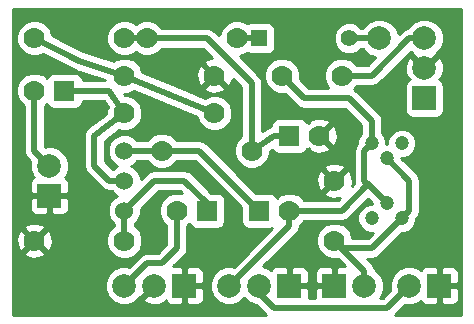
<source format=gbl>
G04 #@! TF.FileFunction,Copper,L2,Bot,Signal*
%FSLAX46Y46*%
G04 Gerber Fmt 4.6, Leading zero omitted, Abs format (unit mm)*
G04 Created by KiCad (PCBNEW 4.0.4+e1-6308~48~ubuntu16.04.1-stable) date Sun Oct  9 20:08:59 2016*
%MOMM*%
%LPD*%
G01*
G04 APERTURE LIST*
%ADD10C,0.100000*%
%ADD11R,1.778000X1.778000*%
%ADD12C,1.778000*%
%ADD13C,1.524000*%
%ADD14C,1.200000*%
%ADD15C,1.998980*%
%ADD16R,1.397000X1.397000*%
%ADD17C,1.397000*%
%ADD18R,2.000000X2.000000*%
%ADD19C,2.000000*%
%ADD20C,0.500000*%
%ADD21C,0.254000*%
G04 APERTURE END LIST*
D10*
D11*
X153670000Y-97790000D03*
D12*
X151130000Y-97790000D03*
D11*
X170180000Y-107950000D03*
D12*
X172720000Y-107950000D03*
D11*
X165735000Y-107950000D03*
D12*
X163195000Y-107950000D03*
X172085000Y-96520000D03*
X177165000Y-96520000D03*
D13*
X158750000Y-105410000D03*
X158750000Y-102870000D03*
X158750000Y-107950000D03*
D14*
X179705000Y-102235000D03*
X180975000Y-103505000D03*
X182245000Y-102235000D03*
X182245000Y-108585000D03*
X180975000Y-107315000D03*
X179705000Y-108585000D03*
D12*
X158750000Y-93345000D03*
X151130000Y-93345000D03*
X158750000Y-96520000D03*
X166370000Y-96520000D03*
X158750000Y-99695000D03*
X166370000Y-99695000D03*
X169545000Y-102870000D03*
X161925000Y-102870000D03*
X168275000Y-93345000D03*
X160655000Y-93345000D03*
D15*
X180340000Y-93345000D03*
D12*
X158750000Y-110490000D03*
X151130000Y-110490000D03*
D16*
X170180000Y-93345000D03*
D17*
X177800000Y-93345000D03*
D11*
X172720000Y-101600000D03*
D12*
X175260000Y-101600000D03*
D18*
X152400000Y-106680000D03*
D19*
X152400000Y-104140000D03*
D18*
X184150000Y-98425000D03*
D19*
X184150000Y-95885000D03*
X184150000Y-93345000D03*
D18*
X163830000Y-114300000D03*
D19*
X161290000Y-114300000D03*
X158750000Y-114300000D03*
D12*
X176530000Y-110490000D03*
X176530000Y-105410000D03*
D18*
X185420000Y-114300000D03*
D19*
X182880000Y-114300000D03*
D18*
X172720000Y-114300000D03*
D19*
X170180000Y-114300000D03*
X167640000Y-114300000D03*
D18*
X176530000Y-114300000D03*
D19*
X179070000Y-114300000D03*
D20*
X158750000Y-105410000D02*
X157480000Y-105410000D01*
X156210000Y-101600000D02*
X158750000Y-99695000D01*
X156210000Y-104140000D02*
X156210000Y-101600000D01*
X157480000Y-105410000D02*
X156210000Y-104140000D01*
X158750000Y-99695000D02*
X157480000Y-97790000D01*
X157480000Y-97790000D02*
X153670000Y-97790000D01*
X152400000Y-104140000D02*
X151130000Y-102870000D01*
X151130000Y-102870000D02*
X151130000Y-97790000D01*
X172720000Y-101600000D02*
X171450000Y-101600000D01*
X171450000Y-101600000D02*
X169545000Y-102870000D01*
X169545000Y-102870000D02*
X169545000Y-97155000D01*
X165735000Y-93345000D02*
X160655000Y-93345000D01*
X169545000Y-97155000D02*
X165735000Y-93345000D01*
X158750000Y-93345000D02*
X160655000Y-93345000D01*
X165735000Y-107950000D02*
X165735000Y-107315000D01*
X165735000Y-107315000D02*
X163830000Y-105410000D01*
X163830000Y-105410000D02*
X161290000Y-105410000D01*
X161290000Y-105410000D02*
X158750000Y-107950000D01*
X158750000Y-110490000D02*
X158750000Y-107950000D01*
X170180000Y-107950000D02*
X165100000Y-102870000D01*
X165100000Y-102870000D02*
X161925000Y-102870000D01*
X158750000Y-102870000D02*
X161925000Y-102870000D01*
X172720000Y-107950000D02*
X177165000Y-107950000D01*
X177165000Y-107950000D02*
X179387500Y-105727500D01*
X172720000Y-107950000D02*
X172720000Y-109220000D01*
X169545000Y-112395000D02*
X167640000Y-114300000D01*
X172720000Y-109220000D02*
X169545000Y-112395000D01*
X179705000Y-102235000D02*
X179070000Y-102870000D01*
X179070000Y-102870000D02*
X179070000Y-105410000D01*
X179070000Y-105410000D02*
X179387500Y-105727500D01*
X179387500Y-105727500D02*
X180975000Y-107315000D01*
X179705000Y-102235000D02*
X179705000Y-100330000D01*
X173990000Y-98425000D02*
X172085000Y-96520000D01*
X177800000Y-98425000D02*
X173990000Y-98425000D01*
X179705000Y-100330000D02*
X177800000Y-98425000D01*
X167640000Y-114300000D02*
X167640000Y-113665000D01*
X158750000Y-96520000D02*
X154940000Y-95250000D01*
X154940000Y-95250000D02*
X151130000Y-93345000D01*
X158750000Y-96520000D02*
X166370000Y-99695000D01*
X158750000Y-114300000D02*
X160655000Y-112395000D01*
X163195000Y-111125000D02*
X163195000Y-107950000D01*
X161925000Y-112395000D02*
X163195000Y-111125000D01*
X160655000Y-112395000D02*
X161925000Y-112395000D01*
X158750000Y-114300000D02*
X158750000Y-113665000D01*
X177165000Y-96520000D02*
X179705000Y-96520000D01*
X182880000Y-93345000D02*
X184150000Y-93345000D01*
X179705000Y-96520000D02*
X182880000Y-93345000D01*
X184150000Y-93345000D02*
X183515000Y-93345000D01*
X177165000Y-96520000D02*
X177165000Y-96520000D01*
X170180000Y-114300000D02*
X170180000Y-114935000D01*
X170180000Y-114935000D02*
X171450000Y-116205000D01*
X171450000Y-116205000D02*
X180975000Y-116205000D01*
X180975000Y-116205000D02*
X182880000Y-114300000D01*
X177800000Y-93345000D02*
X180340000Y-93345000D01*
X168275000Y-93345000D02*
X170180000Y-93345000D01*
X182245000Y-108585000D02*
X182880000Y-107950000D01*
X182880000Y-105410000D02*
X180975000Y-103505000D01*
X182880000Y-107950000D02*
X182880000Y-105410000D01*
X176530000Y-110490000D02*
X177165000Y-111125000D01*
X179705000Y-111125000D02*
X182245000Y-108585000D01*
X177165000Y-111125000D02*
X179705000Y-111125000D01*
X176530000Y-110490000D02*
X179070000Y-113030000D01*
X179070000Y-113030000D02*
X179070000Y-114300000D01*
D21*
G36*
X187250000Y-116765000D02*
X181666580Y-116765000D01*
X182513437Y-115918142D01*
X182553352Y-115934716D01*
X183203795Y-115935284D01*
X183804943Y-115686894D01*
X183867196Y-115624749D01*
X183881673Y-115659699D01*
X184060302Y-115838327D01*
X184293691Y-115935000D01*
X185134250Y-115935000D01*
X185293000Y-115776250D01*
X185293000Y-114427000D01*
X185547000Y-114427000D01*
X185547000Y-115776250D01*
X185705750Y-115935000D01*
X186546309Y-115935000D01*
X186779698Y-115838327D01*
X186958327Y-115659699D01*
X187055000Y-115426310D01*
X187055000Y-114585750D01*
X186896250Y-114427000D01*
X185547000Y-114427000D01*
X185293000Y-114427000D01*
X185273000Y-114427000D01*
X185273000Y-114173000D01*
X185293000Y-114173000D01*
X185293000Y-112823750D01*
X185547000Y-112823750D01*
X185547000Y-114173000D01*
X186896250Y-114173000D01*
X187055000Y-114014250D01*
X187055000Y-113173690D01*
X186958327Y-112940301D01*
X186779698Y-112761673D01*
X186546309Y-112665000D01*
X185705750Y-112665000D01*
X185547000Y-112823750D01*
X185293000Y-112823750D01*
X185134250Y-112665000D01*
X184293691Y-112665000D01*
X184060302Y-112761673D01*
X183881673Y-112940301D01*
X183867369Y-112974833D01*
X183807363Y-112914722D01*
X183206648Y-112665284D01*
X182556205Y-112664716D01*
X181955057Y-112913106D01*
X181494722Y-113372637D01*
X181245284Y-113973352D01*
X181244716Y-114623795D01*
X181262232Y-114666188D01*
X180608420Y-115320000D01*
X180362479Y-115320000D01*
X180455278Y-115227363D01*
X180704716Y-114626648D01*
X180705284Y-113976205D01*
X180456894Y-113375057D01*
X179997363Y-112914722D01*
X179926191Y-112885169D01*
X179887633Y-112691325D01*
X179695790Y-112404210D01*
X179695787Y-112404208D01*
X179301579Y-112010000D01*
X179704995Y-112010000D01*
X179705000Y-112010001D01*
X179987484Y-111953810D01*
X180043675Y-111942633D01*
X180330790Y-111750790D01*
X182261564Y-109820015D01*
X182489579Y-109820214D01*
X182943657Y-109632592D01*
X183291371Y-109285485D01*
X183479785Y-108831734D01*
X183479986Y-108601593D01*
X183505787Y-108575792D01*
X183505790Y-108575790D01*
X183664498Y-108338266D01*
X183697634Y-108288674D01*
X183765001Y-107950000D01*
X183765000Y-107949995D01*
X183765000Y-105410005D01*
X183765001Y-105410000D01*
X183697633Y-105071326D01*
X183697633Y-105071325D01*
X183505790Y-104784210D01*
X183505787Y-104784208D01*
X182210015Y-103488435D01*
X182210031Y-103469970D01*
X182489579Y-103470214D01*
X182943657Y-103282592D01*
X183291371Y-102935485D01*
X183479785Y-102481734D01*
X183480214Y-101990421D01*
X183292592Y-101536343D01*
X182945485Y-101188629D01*
X182491734Y-101000215D01*
X182000421Y-100999786D01*
X181546343Y-101187408D01*
X181198629Y-101534515D01*
X181010215Y-101988266D01*
X181009969Y-102270030D01*
X180939970Y-102269969D01*
X180940214Y-101990421D01*
X180752592Y-101536343D01*
X180590000Y-101373467D01*
X180590000Y-100330005D01*
X180590001Y-100330000D01*
X180528621Y-100021431D01*
X180522633Y-99991325D01*
X180330790Y-99704210D01*
X180330787Y-99704208D01*
X178425790Y-97799210D01*
X178398222Y-97780790D01*
X178195107Y-97645073D01*
X178415564Y-97425000D01*
X182502560Y-97425000D01*
X182502560Y-99425000D01*
X182546838Y-99660317D01*
X182685910Y-99876441D01*
X182898110Y-100021431D01*
X183150000Y-100072440D01*
X185150000Y-100072440D01*
X185385317Y-100028162D01*
X185601441Y-99889090D01*
X185746431Y-99676890D01*
X185797440Y-99425000D01*
X185797440Y-97425000D01*
X185753162Y-97189683D01*
X185614090Y-96973559D01*
X185401890Y-96828569D01*
X185388998Y-96825958D01*
X185569387Y-96759264D01*
X185795908Y-96149539D01*
X185771856Y-95499540D01*
X185569387Y-95010736D01*
X185302532Y-94912073D01*
X184329605Y-95885000D01*
X184343748Y-95899143D01*
X184164143Y-96078748D01*
X184150000Y-96064605D01*
X184135858Y-96078748D01*
X183956253Y-95899143D01*
X183970395Y-95885000D01*
X182997468Y-94912073D01*
X182730613Y-95010736D01*
X182504092Y-95620461D01*
X182528144Y-96270460D01*
X182730613Y-96759264D01*
X182909273Y-96825319D01*
X182698559Y-96960910D01*
X182553569Y-97173110D01*
X182502560Y-97425000D01*
X178415564Y-97425000D01*
X178435599Y-97405000D01*
X179704995Y-97405000D01*
X179705000Y-97405001D01*
X179987484Y-97348810D01*
X180043675Y-97337633D01*
X180330790Y-97145790D01*
X182984677Y-94491902D01*
X183189978Y-94697562D01*
X183177073Y-94732468D01*
X184150000Y-95705395D01*
X185122927Y-94732468D01*
X185109836Y-94697062D01*
X185535278Y-94272363D01*
X185784716Y-93671648D01*
X185785284Y-93021205D01*
X185536894Y-92420057D01*
X185077363Y-91959722D01*
X184476648Y-91710284D01*
X183826205Y-91709716D01*
X183225057Y-91958106D01*
X182764722Y-92417637D01*
X182735169Y-92488808D01*
X182597516Y-92516190D01*
X182541325Y-92527367D01*
X182254210Y-92719210D01*
X182254208Y-92719213D01*
X181968149Y-93005272D01*
X181726462Y-92420345D01*
X181267073Y-91960154D01*
X180666547Y-91710794D01*
X180016306Y-91710226D01*
X179415345Y-91958538D01*
X178955154Y-92417927D01*
X178937684Y-92460000D01*
X178800754Y-92460000D01*
X178556353Y-92215173D01*
X178066413Y-92011732D01*
X177535914Y-92011269D01*
X177045620Y-92213854D01*
X176670173Y-92588647D01*
X176466732Y-93078587D01*
X176466269Y-93609086D01*
X176668854Y-94099380D01*
X177043647Y-94474827D01*
X177533587Y-94678268D01*
X178064086Y-94678731D01*
X178554380Y-94476146D01*
X178800956Y-94230000D01*
X178937153Y-94230000D01*
X178953538Y-94269655D01*
X179412927Y-94729846D01*
X179999859Y-94973561D01*
X179338420Y-95635000D01*
X178434927Y-95635000D01*
X178029404Y-95228769D01*
X177469472Y-94996265D01*
X176863188Y-94995736D01*
X176302851Y-95227262D01*
X175873769Y-95655596D01*
X175641265Y-96215528D01*
X175640736Y-96821812D01*
X175872262Y-97382149D01*
X176029838Y-97540000D01*
X174356579Y-97540000D01*
X173608763Y-96792184D01*
X173609264Y-96218188D01*
X173377738Y-95657851D01*
X172949404Y-95228769D01*
X172389472Y-94996265D01*
X171783188Y-94995736D01*
X171222851Y-95227262D01*
X170793769Y-95655596D01*
X170561265Y-96215528D01*
X170560736Y-96821812D01*
X170792262Y-97382149D01*
X171220596Y-97811231D01*
X171780528Y-98043735D01*
X172357659Y-98044239D01*
X173364208Y-99050787D01*
X173364210Y-99050790D01*
X173651325Y-99242633D01*
X173707516Y-99253810D01*
X173990000Y-99310001D01*
X173990005Y-99310000D01*
X177433420Y-99310000D01*
X178820000Y-100696579D01*
X178820000Y-101373426D01*
X178658629Y-101534515D01*
X178470215Y-101988266D01*
X178470014Y-102218406D01*
X178444210Y-102244210D01*
X178252367Y-102531325D01*
X178243943Y-102573674D01*
X178184999Y-102870000D01*
X178185000Y-102870005D01*
X178185000Y-105409995D01*
X178184999Y-105410000D01*
X178229534Y-105633887D01*
X177979298Y-105884122D01*
X178065516Y-105648035D01*
X178039723Y-105042300D01*
X177857539Y-104602467D01*
X177602196Y-104517409D01*
X176709605Y-105410000D01*
X176723748Y-105424143D01*
X176544143Y-105603748D01*
X176530000Y-105589605D01*
X175637409Y-106482196D01*
X175722467Y-106737539D01*
X176291965Y-106945516D01*
X176897700Y-106919723D01*
X176976222Y-106887198D01*
X176798420Y-107065000D01*
X173989927Y-107065000D01*
X173584404Y-106658769D01*
X173024472Y-106426265D01*
X172418188Y-106425736D01*
X171857851Y-106657262D01*
X171674846Y-106839948D01*
X171672162Y-106825683D01*
X171533090Y-106609559D01*
X171320890Y-106464569D01*
X171069000Y-106413560D01*
X169895139Y-106413560D01*
X168653545Y-105171965D01*
X174994484Y-105171965D01*
X175020277Y-105777700D01*
X175202461Y-106217533D01*
X175457804Y-106302591D01*
X176350395Y-105410000D01*
X175457804Y-104517409D01*
X175202461Y-104602467D01*
X174994484Y-105171965D01*
X168653545Y-105171965D01*
X165725790Y-102244210D01*
X165698222Y-102225790D01*
X165438675Y-102052367D01*
X165382484Y-102041190D01*
X165100000Y-101984999D01*
X165099995Y-101985000D01*
X163194927Y-101985000D01*
X162789404Y-101578769D01*
X162229472Y-101346265D01*
X161623188Y-101345736D01*
X161062851Y-101577262D01*
X160654401Y-101985000D01*
X159840478Y-101985000D01*
X159542370Y-101686371D01*
X159029100Y-101473243D01*
X158473339Y-101472758D01*
X157959697Y-101684990D01*
X157566371Y-102077630D01*
X157353243Y-102590900D01*
X157352758Y-103146661D01*
X157564990Y-103660303D01*
X157957630Y-104053629D01*
X158165512Y-104139949D01*
X157959697Y-104224990D01*
X157752953Y-104431374D01*
X157095000Y-103773420D01*
X157095000Y-102042500D01*
X158283217Y-101151337D01*
X158445528Y-101218735D01*
X159051812Y-101219264D01*
X159612149Y-100987738D01*
X160041231Y-100559404D01*
X160273735Y-99999472D01*
X160274264Y-99393188D01*
X160042738Y-98832851D01*
X159614404Y-98403769D01*
X159054472Y-98171265D01*
X158797665Y-98171041D01*
X158712950Y-98043968D01*
X159051812Y-98044264D01*
X159581733Y-97825306D01*
X164856631Y-100023180D01*
X165077262Y-100557149D01*
X165505596Y-100986231D01*
X166065528Y-101218735D01*
X166671812Y-101219264D01*
X167232149Y-100987738D01*
X167661231Y-100559404D01*
X167893735Y-99999472D01*
X167894264Y-99393188D01*
X167662738Y-98832851D01*
X167234404Y-98403769D01*
X166674472Y-98171265D01*
X166068188Y-98170736D01*
X165538267Y-98389694D01*
X163624273Y-97592196D01*
X165477409Y-97592196D01*
X165562467Y-97847539D01*
X166131965Y-98055516D01*
X166737700Y-98029723D01*
X167177533Y-97847539D01*
X167262591Y-97592196D01*
X166370000Y-96699605D01*
X165477409Y-97592196D01*
X163624273Y-97592196D01*
X160479718Y-96281965D01*
X164834484Y-96281965D01*
X164860277Y-96887700D01*
X165042461Y-97327533D01*
X165297804Y-97412591D01*
X166190395Y-96520000D01*
X165297804Y-95627409D01*
X165042461Y-95712467D01*
X164834484Y-96281965D01*
X160479718Y-96281965D01*
X160263369Y-96191820D01*
X160042738Y-95657851D01*
X159614404Y-95228769D01*
X159054472Y-94996265D01*
X158448188Y-94995736D01*
X157887851Y-95227262D01*
X157833418Y-95281600D01*
X155279526Y-94430303D01*
X153712544Y-93646812D01*
X157225736Y-93646812D01*
X157457262Y-94207149D01*
X157885596Y-94636231D01*
X158445528Y-94868735D01*
X159051812Y-94869264D01*
X159612149Y-94637738D01*
X159702282Y-94547762D01*
X159790596Y-94636231D01*
X160350528Y-94868735D01*
X160956812Y-94869264D01*
X161517149Y-94637738D01*
X161925599Y-94230000D01*
X165368420Y-94230000D01*
X166142718Y-95004298D01*
X166002300Y-95010277D01*
X165562467Y-95192461D01*
X165477409Y-95447804D01*
X166370000Y-96340395D01*
X166384143Y-96326253D01*
X166563748Y-96505858D01*
X166549605Y-96520000D01*
X167442196Y-97412591D01*
X167697539Y-97327533D01*
X167903092Y-96764672D01*
X168660000Y-97521579D01*
X168660000Y-101600073D01*
X168253769Y-102005596D01*
X168021265Y-102565528D01*
X168020736Y-103171812D01*
X168252262Y-103732149D01*
X168680596Y-104161231D01*
X169240528Y-104393735D01*
X169846812Y-104394264D01*
X169983455Y-104337804D01*
X175637409Y-104337804D01*
X176530000Y-105230395D01*
X177422591Y-104337804D01*
X177337533Y-104082461D01*
X176768035Y-103874484D01*
X176162300Y-103900277D01*
X175722467Y-104082461D01*
X175637409Y-104337804D01*
X169983455Y-104337804D01*
X170407149Y-104162738D01*
X170836231Y-103734404D01*
X171068735Y-103174472D01*
X171068959Y-102917666D01*
X171267208Y-102785500D01*
X171366910Y-102940441D01*
X171579110Y-103085431D01*
X171831000Y-103136440D01*
X173609000Y-103136440D01*
X173844317Y-103092162D01*
X174060441Y-102953090D01*
X174205431Y-102740890D01*
X174205682Y-102739650D01*
X174252820Y-102786788D01*
X174367410Y-102672198D01*
X174452467Y-102927539D01*
X175021965Y-103135516D01*
X175627700Y-103109723D01*
X176067533Y-102927539D01*
X176152591Y-102672196D01*
X175260000Y-101779605D01*
X175245858Y-101793748D01*
X175066253Y-101614143D01*
X175080395Y-101600000D01*
X175439605Y-101600000D01*
X176332196Y-102492591D01*
X176587539Y-102407533D01*
X176795516Y-101838035D01*
X176769723Y-101232300D01*
X176587539Y-100792467D01*
X176332196Y-100707409D01*
X175439605Y-101600000D01*
X175080395Y-101600000D01*
X175066253Y-101585858D01*
X175245858Y-101406253D01*
X175260000Y-101420395D01*
X176152591Y-100527804D01*
X176067533Y-100272461D01*
X175498035Y-100064484D01*
X174892300Y-100090277D01*
X174452467Y-100272461D01*
X174367410Y-100527802D01*
X174252820Y-100413212D01*
X174203621Y-100462411D01*
X174073090Y-100259559D01*
X173860890Y-100114569D01*
X173609000Y-100063560D01*
X171831000Y-100063560D01*
X171595683Y-100107838D01*
X171379559Y-100246910D01*
X171234569Y-100459110D01*
X171183560Y-100711000D01*
X171183560Y-100767998D01*
X171111325Y-100782367D01*
X171039230Y-100830539D01*
X170959090Y-100863636D01*
X170430000Y-101216362D01*
X170430000Y-97155005D01*
X170430001Y-97155000D01*
X170365068Y-96828569D01*
X170362633Y-96816325D01*
X170170790Y-96529210D01*
X170170787Y-96529208D01*
X168510786Y-94869206D01*
X168576812Y-94869264D01*
X169137149Y-94637738D01*
X169173415Y-94601535D01*
X169229610Y-94639931D01*
X169481500Y-94690940D01*
X170878500Y-94690940D01*
X171113817Y-94646662D01*
X171329941Y-94507590D01*
X171474931Y-94295390D01*
X171525940Y-94043500D01*
X171525940Y-92646500D01*
X171481662Y-92411183D01*
X171342590Y-92195059D01*
X171130390Y-92050069D01*
X170878500Y-91999060D01*
X169481500Y-91999060D01*
X169246183Y-92043338D01*
X169174827Y-92089254D01*
X169139404Y-92053769D01*
X168579472Y-91821265D01*
X167973188Y-91820736D01*
X167412851Y-92052262D01*
X166983769Y-92480596D01*
X166751265Y-93040528D01*
X166751205Y-93109625D01*
X166360790Y-92719210D01*
X166168340Y-92590620D01*
X166073675Y-92527367D01*
X166017484Y-92516190D01*
X165735000Y-92459999D01*
X165734995Y-92460000D01*
X161924927Y-92460000D01*
X161519404Y-92053769D01*
X160959472Y-91821265D01*
X160353188Y-91820736D01*
X159792851Y-92052262D01*
X159702718Y-92142238D01*
X159614404Y-92053769D01*
X159054472Y-91821265D01*
X158448188Y-91820736D01*
X157887851Y-92052262D01*
X157458769Y-92480596D01*
X157226265Y-93040528D01*
X157225736Y-93646812D01*
X153712544Y-93646812D01*
X152654199Y-93117640D01*
X152654264Y-93043188D01*
X152422738Y-92482851D01*
X151994404Y-92053769D01*
X151434472Y-91821265D01*
X150828188Y-91820736D01*
X150267851Y-92052262D01*
X149838769Y-92480596D01*
X149606265Y-93040528D01*
X149605736Y-93646812D01*
X149837262Y-94207149D01*
X150265596Y-94636231D01*
X150825528Y-94868735D01*
X151431812Y-94869264D01*
X151852204Y-94695562D01*
X154544216Y-96041568D01*
X154605202Y-96058269D01*
X154660138Y-96089585D01*
X157106384Y-96905000D01*
X155206440Y-96905000D01*
X155206440Y-96901000D01*
X155162162Y-96665683D01*
X155023090Y-96449559D01*
X154810890Y-96304569D01*
X154559000Y-96253560D01*
X152781000Y-96253560D01*
X152545683Y-96297838D01*
X152329559Y-96436910D01*
X152184569Y-96649110D01*
X152177809Y-96682494D01*
X151994404Y-96498769D01*
X151434472Y-96266265D01*
X150828188Y-96265736D01*
X150267851Y-96497262D01*
X149838769Y-96925596D01*
X149606265Y-97485528D01*
X149605736Y-98091812D01*
X149837262Y-98652149D01*
X150245000Y-99060599D01*
X150245000Y-102869995D01*
X150244999Y-102870000D01*
X150281328Y-103052633D01*
X150312367Y-103208675D01*
X150414087Y-103360910D01*
X150504210Y-103495790D01*
X150781858Y-103773438D01*
X150765284Y-103813352D01*
X150764716Y-104463795D01*
X151013106Y-105064943D01*
X151075251Y-105127196D01*
X151040301Y-105141673D01*
X150861673Y-105320302D01*
X150765000Y-105553691D01*
X150765000Y-106394250D01*
X150923750Y-106553000D01*
X152273000Y-106553000D01*
X152273000Y-106533000D01*
X152527000Y-106533000D01*
X152527000Y-106553000D01*
X153876250Y-106553000D01*
X154035000Y-106394250D01*
X154035000Y-105553691D01*
X153938327Y-105320302D01*
X153759699Y-105141673D01*
X153725167Y-105127369D01*
X153785278Y-105067363D01*
X154034716Y-104466648D01*
X154035284Y-103816205D01*
X153786894Y-103215057D01*
X153327363Y-102754722D01*
X152726648Y-102505284D01*
X152076205Y-102504716D01*
X152033812Y-102522232D01*
X152015000Y-102503420D01*
X152015000Y-99059927D01*
X152175154Y-98900052D01*
X152177838Y-98914317D01*
X152316910Y-99130441D01*
X152529110Y-99275431D01*
X152781000Y-99326440D01*
X154559000Y-99326440D01*
X154794317Y-99282162D01*
X155010441Y-99143090D01*
X155155431Y-98930890D01*
X155206440Y-98679000D01*
X155206440Y-98675000D01*
X157006362Y-98675000D01*
X157324946Y-99152877D01*
X157226265Y-99390528D01*
X157225967Y-99731775D01*
X155679000Y-100892000D01*
X155636789Y-100939078D01*
X155584210Y-100974210D01*
X155522557Y-101066481D01*
X155448480Y-101149099D01*
X155427497Y-101208749D01*
X155392367Y-101261325D01*
X155370719Y-101370157D01*
X155333894Y-101474842D01*
X155337336Y-101537984D01*
X155325000Y-101600000D01*
X155325000Y-104139995D01*
X155324999Y-104140000D01*
X155381190Y-104422484D01*
X155392367Y-104478675D01*
X155566834Y-104739785D01*
X155584210Y-104765790D01*
X156854208Y-106035787D01*
X156854210Y-106035790D01*
X157100423Y-106200303D01*
X157141325Y-106227633D01*
X157480000Y-106295001D01*
X157480005Y-106295000D01*
X157659522Y-106295000D01*
X157957630Y-106593629D01*
X158165512Y-106679949D01*
X157959697Y-106764990D01*
X157566371Y-107157630D01*
X157353243Y-107670900D01*
X157352758Y-108226661D01*
X157564990Y-108740303D01*
X157865000Y-109040837D01*
X157865000Y-109220073D01*
X157458769Y-109625596D01*
X157226265Y-110185528D01*
X157225736Y-110791812D01*
X157457262Y-111352149D01*
X157885596Y-111781231D01*
X158445528Y-112013735D01*
X159051812Y-112014264D01*
X159612149Y-111782738D01*
X160041231Y-111354404D01*
X160273735Y-110794472D01*
X160274264Y-110188188D01*
X160042738Y-109627851D01*
X159635000Y-109219401D01*
X159635000Y-109040478D01*
X159933629Y-108742370D01*
X160146757Y-108229100D01*
X160147128Y-107804452D01*
X161656579Y-106295000D01*
X163463420Y-106295000D01*
X163662295Y-106493875D01*
X163499472Y-106426265D01*
X162893188Y-106425736D01*
X162332851Y-106657262D01*
X161903769Y-107085596D01*
X161671265Y-107645528D01*
X161670736Y-108251812D01*
X161902262Y-108812149D01*
X162310000Y-109220599D01*
X162310000Y-110758421D01*
X161558420Y-111510000D01*
X160655005Y-111510000D01*
X160655000Y-111509999D01*
X160392594Y-111562196D01*
X160316325Y-111577367D01*
X160029210Y-111769210D01*
X160029208Y-111769213D01*
X159116563Y-112681858D01*
X159076648Y-112665284D01*
X158426205Y-112664716D01*
X157825057Y-112913106D01*
X157364722Y-113372637D01*
X157115284Y-113973352D01*
X157114716Y-114623795D01*
X157363106Y-115224943D01*
X157822637Y-115685278D01*
X158423352Y-115934716D01*
X159073795Y-115935284D01*
X159674943Y-115686894D01*
X160102562Y-115260022D01*
X160137468Y-115272927D01*
X161110395Y-114300000D01*
X161096253Y-114285858D01*
X161275858Y-114106253D01*
X161290000Y-114120395D01*
X161304143Y-114106253D01*
X161483748Y-114285858D01*
X161469605Y-114300000D01*
X161483748Y-114314143D01*
X161304143Y-114493748D01*
X161290000Y-114479605D01*
X160317073Y-115452532D01*
X160415736Y-115719387D01*
X161025461Y-115945908D01*
X161675460Y-115921856D01*
X162164264Y-115719387D01*
X162236014Y-115525325D01*
X162291673Y-115659699D01*
X162470302Y-115838327D01*
X162703691Y-115935000D01*
X163544250Y-115935000D01*
X163703000Y-115776250D01*
X163703000Y-114427000D01*
X163957000Y-114427000D01*
X163957000Y-115776250D01*
X164115750Y-115935000D01*
X164956309Y-115935000D01*
X165189698Y-115838327D01*
X165368327Y-115659699D01*
X165465000Y-115426310D01*
X165465000Y-114585750D01*
X165306250Y-114427000D01*
X163957000Y-114427000D01*
X163703000Y-114427000D01*
X163683000Y-114427000D01*
X163683000Y-114173000D01*
X163703000Y-114173000D01*
X163703000Y-112823750D01*
X163957000Y-112823750D01*
X163957000Y-114173000D01*
X165306250Y-114173000D01*
X165465000Y-114014250D01*
X165465000Y-113173690D01*
X165368327Y-112940301D01*
X165189698Y-112761673D01*
X164956309Y-112665000D01*
X164115750Y-112665000D01*
X163957000Y-112823750D01*
X163703000Y-112823750D01*
X163544250Y-112665000D01*
X162906580Y-112665000D01*
X163820787Y-111750792D01*
X163820790Y-111750790D01*
X164012633Y-111463675D01*
X164030272Y-111375000D01*
X164080001Y-111125000D01*
X164080000Y-111124995D01*
X164080000Y-109219927D01*
X164240154Y-109060052D01*
X164242838Y-109074317D01*
X164381910Y-109290441D01*
X164594110Y-109435431D01*
X164846000Y-109486440D01*
X166624000Y-109486440D01*
X166859317Y-109442162D01*
X167075441Y-109303090D01*
X167220431Y-109090890D01*
X167271440Y-108839000D01*
X167271440Y-107061000D01*
X167227162Y-106825683D01*
X167088090Y-106609559D01*
X166875890Y-106464569D01*
X166624000Y-106413560D01*
X166085139Y-106413560D01*
X164455790Y-104784210D01*
X164209577Y-104619697D01*
X164168675Y-104592367D01*
X164112484Y-104581190D01*
X163830000Y-104524999D01*
X163829995Y-104525000D01*
X161290000Y-104525000D01*
X160951325Y-104592367D01*
X160664210Y-104784210D01*
X160664208Y-104784213D01*
X160147095Y-105301325D01*
X160147242Y-105133339D01*
X159935010Y-104619697D01*
X159542370Y-104226371D01*
X159334488Y-104140051D01*
X159540303Y-104055010D01*
X159840837Y-103755000D01*
X160655073Y-103755000D01*
X161060596Y-104161231D01*
X161620528Y-104393735D01*
X162226812Y-104394264D01*
X162787149Y-104162738D01*
X163195599Y-103755000D01*
X164733420Y-103755000D01*
X168643560Y-107665139D01*
X168643560Y-108839000D01*
X168687838Y-109074317D01*
X168826910Y-109290441D01*
X169039110Y-109435431D01*
X169291000Y-109486440D01*
X171069000Y-109486440D01*
X171232802Y-109455618D01*
X168919210Y-111769210D01*
X168919208Y-111769213D01*
X168006563Y-112681858D01*
X167966648Y-112665284D01*
X167316205Y-112664716D01*
X166715057Y-112913106D01*
X166254722Y-113372637D01*
X166005284Y-113973352D01*
X166004716Y-114623795D01*
X166253106Y-115224943D01*
X166712637Y-115685278D01*
X167313352Y-115934716D01*
X167963795Y-115935284D01*
X168564943Y-115686894D01*
X168910199Y-115342241D01*
X169252637Y-115685278D01*
X169853352Y-115934716D01*
X169928202Y-115934781D01*
X170758421Y-116765000D01*
X149300000Y-116765000D01*
X149300000Y-111562196D01*
X150237409Y-111562196D01*
X150322467Y-111817539D01*
X150891965Y-112025516D01*
X151497700Y-111999723D01*
X151937533Y-111817539D01*
X152022591Y-111562196D01*
X151130000Y-110669605D01*
X150237409Y-111562196D01*
X149300000Y-111562196D01*
X149300000Y-110251965D01*
X149594484Y-110251965D01*
X149620277Y-110857700D01*
X149802461Y-111297533D01*
X150057804Y-111382591D01*
X150950395Y-110490000D01*
X151309605Y-110490000D01*
X152202196Y-111382591D01*
X152457539Y-111297533D01*
X152665516Y-110728035D01*
X152639723Y-110122300D01*
X152457539Y-109682467D01*
X152202196Y-109597409D01*
X151309605Y-110490000D01*
X150950395Y-110490000D01*
X150057804Y-109597409D01*
X149802461Y-109682467D01*
X149594484Y-110251965D01*
X149300000Y-110251965D01*
X149300000Y-109417804D01*
X150237409Y-109417804D01*
X151130000Y-110310395D01*
X152022591Y-109417804D01*
X151937533Y-109162461D01*
X151368035Y-108954484D01*
X150762300Y-108980277D01*
X150322467Y-109162461D01*
X150237409Y-109417804D01*
X149300000Y-109417804D01*
X149300000Y-106965750D01*
X150765000Y-106965750D01*
X150765000Y-107806309D01*
X150861673Y-108039698D01*
X151040301Y-108218327D01*
X151273690Y-108315000D01*
X152114250Y-108315000D01*
X152273000Y-108156250D01*
X152273000Y-106807000D01*
X152527000Y-106807000D01*
X152527000Y-108156250D01*
X152685750Y-108315000D01*
X153526310Y-108315000D01*
X153759699Y-108218327D01*
X153938327Y-108039698D01*
X154035000Y-107806309D01*
X154035000Y-106965750D01*
X153876250Y-106807000D01*
X152527000Y-106807000D01*
X152273000Y-106807000D01*
X150923750Y-106807000D01*
X150765000Y-106965750D01*
X149300000Y-106965750D01*
X149300000Y-90880000D01*
X187250000Y-90880000D01*
X187250000Y-116765000D01*
X187250000Y-116765000D01*
G37*
X187250000Y-116765000D02*
X181666580Y-116765000D01*
X182513437Y-115918142D01*
X182553352Y-115934716D01*
X183203795Y-115935284D01*
X183804943Y-115686894D01*
X183867196Y-115624749D01*
X183881673Y-115659699D01*
X184060302Y-115838327D01*
X184293691Y-115935000D01*
X185134250Y-115935000D01*
X185293000Y-115776250D01*
X185293000Y-114427000D01*
X185547000Y-114427000D01*
X185547000Y-115776250D01*
X185705750Y-115935000D01*
X186546309Y-115935000D01*
X186779698Y-115838327D01*
X186958327Y-115659699D01*
X187055000Y-115426310D01*
X187055000Y-114585750D01*
X186896250Y-114427000D01*
X185547000Y-114427000D01*
X185293000Y-114427000D01*
X185273000Y-114427000D01*
X185273000Y-114173000D01*
X185293000Y-114173000D01*
X185293000Y-112823750D01*
X185547000Y-112823750D01*
X185547000Y-114173000D01*
X186896250Y-114173000D01*
X187055000Y-114014250D01*
X187055000Y-113173690D01*
X186958327Y-112940301D01*
X186779698Y-112761673D01*
X186546309Y-112665000D01*
X185705750Y-112665000D01*
X185547000Y-112823750D01*
X185293000Y-112823750D01*
X185134250Y-112665000D01*
X184293691Y-112665000D01*
X184060302Y-112761673D01*
X183881673Y-112940301D01*
X183867369Y-112974833D01*
X183807363Y-112914722D01*
X183206648Y-112665284D01*
X182556205Y-112664716D01*
X181955057Y-112913106D01*
X181494722Y-113372637D01*
X181245284Y-113973352D01*
X181244716Y-114623795D01*
X181262232Y-114666188D01*
X180608420Y-115320000D01*
X180362479Y-115320000D01*
X180455278Y-115227363D01*
X180704716Y-114626648D01*
X180705284Y-113976205D01*
X180456894Y-113375057D01*
X179997363Y-112914722D01*
X179926191Y-112885169D01*
X179887633Y-112691325D01*
X179695790Y-112404210D01*
X179695787Y-112404208D01*
X179301579Y-112010000D01*
X179704995Y-112010000D01*
X179705000Y-112010001D01*
X179987484Y-111953810D01*
X180043675Y-111942633D01*
X180330790Y-111750790D01*
X182261564Y-109820015D01*
X182489579Y-109820214D01*
X182943657Y-109632592D01*
X183291371Y-109285485D01*
X183479785Y-108831734D01*
X183479986Y-108601593D01*
X183505787Y-108575792D01*
X183505790Y-108575790D01*
X183664498Y-108338266D01*
X183697634Y-108288674D01*
X183765001Y-107950000D01*
X183765000Y-107949995D01*
X183765000Y-105410005D01*
X183765001Y-105410000D01*
X183697633Y-105071326D01*
X183697633Y-105071325D01*
X183505790Y-104784210D01*
X183505787Y-104784208D01*
X182210015Y-103488435D01*
X182210031Y-103469970D01*
X182489579Y-103470214D01*
X182943657Y-103282592D01*
X183291371Y-102935485D01*
X183479785Y-102481734D01*
X183480214Y-101990421D01*
X183292592Y-101536343D01*
X182945485Y-101188629D01*
X182491734Y-101000215D01*
X182000421Y-100999786D01*
X181546343Y-101187408D01*
X181198629Y-101534515D01*
X181010215Y-101988266D01*
X181009969Y-102270030D01*
X180939970Y-102269969D01*
X180940214Y-101990421D01*
X180752592Y-101536343D01*
X180590000Y-101373467D01*
X180590000Y-100330005D01*
X180590001Y-100330000D01*
X180528621Y-100021431D01*
X180522633Y-99991325D01*
X180330790Y-99704210D01*
X180330787Y-99704208D01*
X178425790Y-97799210D01*
X178398222Y-97780790D01*
X178195107Y-97645073D01*
X178415564Y-97425000D01*
X182502560Y-97425000D01*
X182502560Y-99425000D01*
X182546838Y-99660317D01*
X182685910Y-99876441D01*
X182898110Y-100021431D01*
X183150000Y-100072440D01*
X185150000Y-100072440D01*
X185385317Y-100028162D01*
X185601441Y-99889090D01*
X185746431Y-99676890D01*
X185797440Y-99425000D01*
X185797440Y-97425000D01*
X185753162Y-97189683D01*
X185614090Y-96973559D01*
X185401890Y-96828569D01*
X185388998Y-96825958D01*
X185569387Y-96759264D01*
X185795908Y-96149539D01*
X185771856Y-95499540D01*
X185569387Y-95010736D01*
X185302532Y-94912073D01*
X184329605Y-95885000D01*
X184343748Y-95899143D01*
X184164143Y-96078748D01*
X184150000Y-96064605D01*
X184135858Y-96078748D01*
X183956253Y-95899143D01*
X183970395Y-95885000D01*
X182997468Y-94912073D01*
X182730613Y-95010736D01*
X182504092Y-95620461D01*
X182528144Y-96270460D01*
X182730613Y-96759264D01*
X182909273Y-96825319D01*
X182698559Y-96960910D01*
X182553569Y-97173110D01*
X182502560Y-97425000D01*
X178415564Y-97425000D01*
X178435599Y-97405000D01*
X179704995Y-97405000D01*
X179705000Y-97405001D01*
X179987484Y-97348810D01*
X180043675Y-97337633D01*
X180330790Y-97145790D01*
X182984677Y-94491902D01*
X183189978Y-94697562D01*
X183177073Y-94732468D01*
X184150000Y-95705395D01*
X185122927Y-94732468D01*
X185109836Y-94697062D01*
X185535278Y-94272363D01*
X185784716Y-93671648D01*
X185785284Y-93021205D01*
X185536894Y-92420057D01*
X185077363Y-91959722D01*
X184476648Y-91710284D01*
X183826205Y-91709716D01*
X183225057Y-91958106D01*
X182764722Y-92417637D01*
X182735169Y-92488808D01*
X182597516Y-92516190D01*
X182541325Y-92527367D01*
X182254210Y-92719210D01*
X182254208Y-92719213D01*
X181968149Y-93005272D01*
X181726462Y-92420345D01*
X181267073Y-91960154D01*
X180666547Y-91710794D01*
X180016306Y-91710226D01*
X179415345Y-91958538D01*
X178955154Y-92417927D01*
X178937684Y-92460000D01*
X178800754Y-92460000D01*
X178556353Y-92215173D01*
X178066413Y-92011732D01*
X177535914Y-92011269D01*
X177045620Y-92213854D01*
X176670173Y-92588647D01*
X176466732Y-93078587D01*
X176466269Y-93609086D01*
X176668854Y-94099380D01*
X177043647Y-94474827D01*
X177533587Y-94678268D01*
X178064086Y-94678731D01*
X178554380Y-94476146D01*
X178800956Y-94230000D01*
X178937153Y-94230000D01*
X178953538Y-94269655D01*
X179412927Y-94729846D01*
X179999859Y-94973561D01*
X179338420Y-95635000D01*
X178434927Y-95635000D01*
X178029404Y-95228769D01*
X177469472Y-94996265D01*
X176863188Y-94995736D01*
X176302851Y-95227262D01*
X175873769Y-95655596D01*
X175641265Y-96215528D01*
X175640736Y-96821812D01*
X175872262Y-97382149D01*
X176029838Y-97540000D01*
X174356579Y-97540000D01*
X173608763Y-96792184D01*
X173609264Y-96218188D01*
X173377738Y-95657851D01*
X172949404Y-95228769D01*
X172389472Y-94996265D01*
X171783188Y-94995736D01*
X171222851Y-95227262D01*
X170793769Y-95655596D01*
X170561265Y-96215528D01*
X170560736Y-96821812D01*
X170792262Y-97382149D01*
X171220596Y-97811231D01*
X171780528Y-98043735D01*
X172357659Y-98044239D01*
X173364208Y-99050787D01*
X173364210Y-99050790D01*
X173651325Y-99242633D01*
X173707516Y-99253810D01*
X173990000Y-99310001D01*
X173990005Y-99310000D01*
X177433420Y-99310000D01*
X178820000Y-100696579D01*
X178820000Y-101373426D01*
X178658629Y-101534515D01*
X178470215Y-101988266D01*
X178470014Y-102218406D01*
X178444210Y-102244210D01*
X178252367Y-102531325D01*
X178243943Y-102573674D01*
X178184999Y-102870000D01*
X178185000Y-102870005D01*
X178185000Y-105409995D01*
X178184999Y-105410000D01*
X178229534Y-105633887D01*
X177979298Y-105884122D01*
X178065516Y-105648035D01*
X178039723Y-105042300D01*
X177857539Y-104602467D01*
X177602196Y-104517409D01*
X176709605Y-105410000D01*
X176723748Y-105424143D01*
X176544143Y-105603748D01*
X176530000Y-105589605D01*
X175637409Y-106482196D01*
X175722467Y-106737539D01*
X176291965Y-106945516D01*
X176897700Y-106919723D01*
X176976222Y-106887198D01*
X176798420Y-107065000D01*
X173989927Y-107065000D01*
X173584404Y-106658769D01*
X173024472Y-106426265D01*
X172418188Y-106425736D01*
X171857851Y-106657262D01*
X171674846Y-106839948D01*
X171672162Y-106825683D01*
X171533090Y-106609559D01*
X171320890Y-106464569D01*
X171069000Y-106413560D01*
X169895139Y-106413560D01*
X168653545Y-105171965D01*
X174994484Y-105171965D01*
X175020277Y-105777700D01*
X175202461Y-106217533D01*
X175457804Y-106302591D01*
X176350395Y-105410000D01*
X175457804Y-104517409D01*
X175202461Y-104602467D01*
X174994484Y-105171965D01*
X168653545Y-105171965D01*
X165725790Y-102244210D01*
X165698222Y-102225790D01*
X165438675Y-102052367D01*
X165382484Y-102041190D01*
X165100000Y-101984999D01*
X165099995Y-101985000D01*
X163194927Y-101985000D01*
X162789404Y-101578769D01*
X162229472Y-101346265D01*
X161623188Y-101345736D01*
X161062851Y-101577262D01*
X160654401Y-101985000D01*
X159840478Y-101985000D01*
X159542370Y-101686371D01*
X159029100Y-101473243D01*
X158473339Y-101472758D01*
X157959697Y-101684990D01*
X157566371Y-102077630D01*
X157353243Y-102590900D01*
X157352758Y-103146661D01*
X157564990Y-103660303D01*
X157957630Y-104053629D01*
X158165512Y-104139949D01*
X157959697Y-104224990D01*
X157752953Y-104431374D01*
X157095000Y-103773420D01*
X157095000Y-102042500D01*
X158283217Y-101151337D01*
X158445528Y-101218735D01*
X159051812Y-101219264D01*
X159612149Y-100987738D01*
X160041231Y-100559404D01*
X160273735Y-99999472D01*
X160274264Y-99393188D01*
X160042738Y-98832851D01*
X159614404Y-98403769D01*
X159054472Y-98171265D01*
X158797665Y-98171041D01*
X158712950Y-98043968D01*
X159051812Y-98044264D01*
X159581733Y-97825306D01*
X164856631Y-100023180D01*
X165077262Y-100557149D01*
X165505596Y-100986231D01*
X166065528Y-101218735D01*
X166671812Y-101219264D01*
X167232149Y-100987738D01*
X167661231Y-100559404D01*
X167893735Y-99999472D01*
X167894264Y-99393188D01*
X167662738Y-98832851D01*
X167234404Y-98403769D01*
X166674472Y-98171265D01*
X166068188Y-98170736D01*
X165538267Y-98389694D01*
X163624273Y-97592196D01*
X165477409Y-97592196D01*
X165562467Y-97847539D01*
X166131965Y-98055516D01*
X166737700Y-98029723D01*
X167177533Y-97847539D01*
X167262591Y-97592196D01*
X166370000Y-96699605D01*
X165477409Y-97592196D01*
X163624273Y-97592196D01*
X160479718Y-96281965D01*
X164834484Y-96281965D01*
X164860277Y-96887700D01*
X165042461Y-97327533D01*
X165297804Y-97412591D01*
X166190395Y-96520000D01*
X165297804Y-95627409D01*
X165042461Y-95712467D01*
X164834484Y-96281965D01*
X160479718Y-96281965D01*
X160263369Y-96191820D01*
X160042738Y-95657851D01*
X159614404Y-95228769D01*
X159054472Y-94996265D01*
X158448188Y-94995736D01*
X157887851Y-95227262D01*
X157833418Y-95281600D01*
X155279526Y-94430303D01*
X153712544Y-93646812D01*
X157225736Y-93646812D01*
X157457262Y-94207149D01*
X157885596Y-94636231D01*
X158445528Y-94868735D01*
X159051812Y-94869264D01*
X159612149Y-94637738D01*
X159702282Y-94547762D01*
X159790596Y-94636231D01*
X160350528Y-94868735D01*
X160956812Y-94869264D01*
X161517149Y-94637738D01*
X161925599Y-94230000D01*
X165368420Y-94230000D01*
X166142718Y-95004298D01*
X166002300Y-95010277D01*
X165562467Y-95192461D01*
X165477409Y-95447804D01*
X166370000Y-96340395D01*
X166384143Y-96326253D01*
X166563748Y-96505858D01*
X166549605Y-96520000D01*
X167442196Y-97412591D01*
X167697539Y-97327533D01*
X167903092Y-96764672D01*
X168660000Y-97521579D01*
X168660000Y-101600073D01*
X168253769Y-102005596D01*
X168021265Y-102565528D01*
X168020736Y-103171812D01*
X168252262Y-103732149D01*
X168680596Y-104161231D01*
X169240528Y-104393735D01*
X169846812Y-104394264D01*
X169983455Y-104337804D01*
X175637409Y-104337804D01*
X176530000Y-105230395D01*
X177422591Y-104337804D01*
X177337533Y-104082461D01*
X176768035Y-103874484D01*
X176162300Y-103900277D01*
X175722467Y-104082461D01*
X175637409Y-104337804D01*
X169983455Y-104337804D01*
X170407149Y-104162738D01*
X170836231Y-103734404D01*
X171068735Y-103174472D01*
X171068959Y-102917666D01*
X171267208Y-102785500D01*
X171366910Y-102940441D01*
X171579110Y-103085431D01*
X171831000Y-103136440D01*
X173609000Y-103136440D01*
X173844317Y-103092162D01*
X174060441Y-102953090D01*
X174205431Y-102740890D01*
X174205682Y-102739650D01*
X174252820Y-102786788D01*
X174367410Y-102672198D01*
X174452467Y-102927539D01*
X175021965Y-103135516D01*
X175627700Y-103109723D01*
X176067533Y-102927539D01*
X176152591Y-102672196D01*
X175260000Y-101779605D01*
X175245858Y-101793748D01*
X175066253Y-101614143D01*
X175080395Y-101600000D01*
X175439605Y-101600000D01*
X176332196Y-102492591D01*
X176587539Y-102407533D01*
X176795516Y-101838035D01*
X176769723Y-101232300D01*
X176587539Y-100792467D01*
X176332196Y-100707409D01*
X175439605Y-101600000D01*
X175080395Y-101600000D01*
X175066253Y-101585858D01*
X175245858Y-101406253D01*
X175260000Y-101420395D01*
X176152591Y-100527804D01*
X176067533Y-100272461D01*
X175498035Y-100064484D01*
X174892300Y-100090277D01*
X174452467Y-100272461D01*
X174367410Y-100527802D01*
X174252820Y-100413212D01*
X174203621Y-100462411D01*
X174073090Y-100259559D01*
X173860890Y-100114569D01*
X173609000Y-100063560D01*
X171831000Y-100063560D01*
X171595683Y-100107838D01*
X171379559Y-100246910D01*
X171234569Y-100459110D01*
X171183560Y-100711000D01*
X171183560Y-100767998D01*
X171111325Y-100782367D01*
X171039230Y-100830539D01*
X170959090Y-100863636D01*
X170430000Y-101216362D01*
X170430000Y-97155005D01*
X170430001Y-97155000D01*
X170365068Y-96828569D01*
X170362633Y-96816325D01*
X170170790Y-96529210D01*
X170170787Y-96529208D01*
X168510786Y-94869206D01*
X168576812Y-94869264D01*
X169137149Y-94637738D01*
X169173415Y-94601535D01*
X169229610Y-94639931D01*
X169481500Y-94690940D01*
X170878500Y-94690940D01*
X171113817Y-94646662D01*
X171329941Y-94507590D01*
X171474931Y-94295390D01*
X171525940Y-94043500D01*
X171525940Y-92646500D01*
X171481662Y-92411183D01*
X171342590Y-92195059D01*
X171130390Y-92050069D01*
X170878500Y-91999060D01*
X169481500Y-91999060D01*
X169246183Y-92043338D01*
X169174827Y-92089254D01*
X169139404Y-92053769D01*
X168579472Y-91821265D01*
X167973188Y-91820736D01*
X167412851Y-92052262D01*
X166983769Y-92480596D01*
X166751265Y-93040528D01*
X166751205Y-93109625D01*
X166360790Y-92719210D01*
X166168340Y-92590620D01*
X166073675Y-92527367D01*
X166017484Y-92516190D01*
X165735000Y-92459999D01*
X165734995Y-92460000D01*
X161924927Y-92460000D01*
X161519404Y-92053769D01*
X160959472Y-91821265D01*
X160353188Y-91820736D01*
X159792851Y-92052262D01*
X159702718Y-92142238D01*
X159614404Y-92053769D01*
X159054472Y-91821265D01*
X158448188Y-91820736D01*
X157887851Y-92052262D01*
X157458769Y-92480596D01*
X157226265Y-93040528D01*
X157225736Y-93646812D01*
X153712544Y-93646812D01*
X152654199Y-93117640D01*
X152654264Y-93043188D01*
X152422738Y-92482851D01*
X151994404Y-92053769D01*
X151434472Y-91821265D01*
X150828188Y-91820736D01*
X150267851Y-92052262D01*
X149838769Y-92480596D01*
X149606265Y-93040528D01*
X149605736Y-93646812D01*
X149837262Y-94207149D01*
X150265596Y-94636231D01*
X150825528Y-94868735D01*
X151431812Y-94869264D01*
X151852204Y-94695562D01*
X154544216Y-96041568D01*
X154605202Y-96058269D01*
X154660138Y-96089585D01*
X157106384Y-96905000D01*
X155206440Y-96905000D01*
X155206440Y-96901000D01*
X155162162Y-96665683D01*
X155023090Y-96449559D01*
X154810890Y-96304569D01*
X154559000Y-96253560D01*
X152781000Y-96253560D01*
X152545683Y-96297838D01*
X152329559Y-96436910D01*
X152184569Y-96649110D01*
X152177809Y-96682494D01*
X151994404Y-96498769D01*
X151434472Y-96266265D01*
X150828188Y-96265736D01*
X150267851Y-96497262D01*
X149838769Y-96925596D01*
X149606265Y-97485528D01*
X149605736Y-98091812D01*
X149837262Y-98652149D01*
X150245000Y-99060599D01*
X150245000Y-102869995D01*
X150244999Y-102870000D01*
X150281328Y-103052633D01*
X150312367Y-103208675D01*
X150414087Y-103360910D01*
X150504210Y-103495790D01*
X150781858Y-103773438D01*
X150765284Y-103813352D01*
X150764716Y-104463795D01*
X151013106Y-105064943D01*
X151075251Y-105127196D01*
X151040301Y-105141673D01*
X150861673Y-105320302D01*
X150765000Y-105553691D01*
X150765000Y-106394250D01*
X150923750Y-106553000D01*
X152273000Y-106553000D01*
X152273000Y-106533000D01*
X152527000Y-106533000D01*
X152527000Y-106553000D01*
X153876250Y-106553000D01*
X154035000Y-106394250D01*
X154035000Y-105553691D01*
X153938327Y-105320302D01*
X153759699Y-105141673D01*
X153725167Y-105127369D01*
X153785278Y-105067363D01*
X154034716Y-104466648D01*
X154035284Y-103816205D01*
X153786894Y-103215057D01*
X153327363Y-102754722D01*
X152726648Y-102505284D01*
X152076205Y-102504716D01*
X152033812Y-102522232D01*
X152015000Y-102503420D01*
X152015000Y-99059927D01*
X152175154Y-98900052D01*
X152177838Y-98914317D01*
X152316910Y-99130441D01*
X152529110Y-99275431D01*
X152781000Y-99326440D01*
X154559000Y-99326440D01*
X154794317Y-99282162D01*
X155010441Y-99143090D01*
X155155431Y-98930890D01*
X155206440Y-98679000D01*
X155206440Y-98675000D01*
X157006362Y-98675000D01*
X157324946Y-99152877D01*
X157226265Y-99390528D01*
X157225967Y-99731775D01*
X155679000Y-100892000D01*
X155636789Y-100939078D01*
X155584210Y-100974210D01*
X155522557Y-101066481D01*
X155448480Y-101149099D01*
X155427497Y-101208749D01*
X155392367Y-101261325D01*
X155370719Y-101370157D01*
X155333894Y-101474842D01*
X155337336Y-101537984D01*
X155325000Y-101600000D01*
X155325000Y-104139995D01*
X155324999Y-104140000D01*
X155381190Y-104422484D01*
X155392367Y-104478675D01*
X155566834Y-104739785D01*
X155584210Y-104765790D01*
X156854208Y-106035787D01*
X156854210Y-106035790D01*
X157100423Y-106200303D01*
X157141325Y-106227633D01*
X157480000Y-106295001D01*
X157480005Y-106295000D01*
X157659522Y-106295000D01*
X157957630Y-106593629D01*
X158165512Y-106679949D01*
X157959697Y-106764990D01*
X157566371Y-107157630D01*
X157353243Y-107670900D01*
X157352758Y-108226661D01*
X157564990Y-108740303D01*
X157865000Y-109040837D01*
X157865000Y-109220073D01*
X157458769Y-109625596D01*
X157226265Y-110185528D01*
X157225736Y-110791812D01*
X157457262Y-111352149D01*
X157885596Y-111781231D01*
X158445528Y-112013735D01*
X159051812Y-112014264D01*
X159612149Y-111782738D01*
X160041231Y-111354404D01*
X160273735Y-110794472D01*
X160274264Y-110188188D01*
X160042738Y-109627851D01*
X159635000Y-109219401D01*
X159635000Y-109040478D01*
X159933629Y-108742370D01*
X160146757Y-108229100D01*
X160147128Y-107804452D01*
X161656579Y-106295000D01*
X163463420Y-106295000D01*
X163662295Y-106493875D01*
X163499472Y-106426265D01*
X162893188Y-106425736D01*
X162332851Y-106657262D01*
X161903769Y-107085596D01*
X161671265Y-107645528D01*
X161670736Y-108251812D01*
X161902262Y-108812149D01*
X162310000Y-109220599D01*
X162310000Y-110758421D01*
X161558420Y-111510000D01*
X160655005Y-111510000D01*
X160655000Y-111509999D01*
X160392594Y-111562196D01*
X160316325Y-111577367D01*
X160029210Y-111769210D01*
X160029208Y-111769213D01*
X159116563Y-112681858D01*
X159076648Y-112665284D01*
X158426205Y-112664716D01*
X157825057Y-112913106D01*
X157364722Y-113372637D01*
X157115284Y-113973352D01*
X157114716Y-114623795D01*
X157363106Y-115224943D01*
X157822637Y-115685278D01*
X158423352Y-115934716D01*
X159073795Y-115935284D01*
X159674943Y-115686894D01*
X160102562Y-115260022D01*
X160137468Y-115272927D01*
X161110395Y-114300000D01*
X161096253Y-114285858D01*
X161275858Y-114106253D01*
X161290000Y-114120395D01*
X161304143Y-114106253D01*
X161483748Y-114285858D01*
X161469605Y-114300000D01*
X161483748Y-114314143D01*
X161304143Y-114493748D01*
X161290000Y-114479605D01*
X160317073Y-115452532D01*
X160415736Y-115719387D01*
X161025461Y-115945908D01*
X161675460Y-115921856D01*
X162164264Y-115719387D01*
X162236014Y-115525325D01*
X162291673Y-115659699D01*
X162470302Y-115838327D01*
X162703691Y-115935000D01*
X163544250Y-115935000D01*
X163703000Y-115776250D01*
X163703000Y-114427000D01*
X163957000Y-114427000D01*
X163957000Y-115776250D01*
X164115750Y-115935000D01*
X164956309Y-115935000D01*
X165189698Y-115838327D01*
X165368327Y-115659699D01*
X165465000Y-115426310D01*
X165465000Y-114585750D01*
X165306250Y-114427000D01*
X163957000Y-114427000D01*
X163703000Y-114427000D01*
X163683000Y-114427000D01*
X163683000Y-114173000D01*
X163703000Y-114173000D01*
X163703000Y-112823750D01*
X163957000Y-112823750D01*
X163957000Y-114173000D01*
X165306250Y-114173000D01*
X165465000Y-114014250D01*
X165465000Y-113173690D01*
X165368327Y-112940301D01*
X165189698Y-112761673D01*
X164956309Y-112665000D01*
X164115750Y-112665000D01*
X163957000Y-112823750D01*
X163703000Y-112823750D01*
X163544250Y-112665000D01*
X162906580Y-112665000D01*
X163820787Y-111750792D01*
X163820790Y-111750790D01*
X164012633Y-111463675D01*
X164030272Y-111375000D01*
X164080001Y-111125000D01*
X164080000Y-111124995D01*
X164080000Y-109219927D01*
X164240154Y-109060052D01*
X164242838Y-109074317D01*
X164381910Y-109290441D01*
X164594110Y-109435431D01*
X164846000Y-109486440D01*
X166624000Y-109486440D01*
X166859317Y-109442162D01*
X167075441Y-109303090D01*
X167220431Y-109090890D01*
X167271440Y-108839000D01*
X167271440Y-107061000D01*
X167227162Y-106825683D01*
X167088090Y-106609559D01*
X166875890Y-106464569D01*
X166624000Y-106413560D01*
X166085139Y-106413560D01*
X164455790Y-104784210D01*
X164209577Y-104619697D01*
X164168675Y-104592367D01*
X164112484Y-104581190D01*
X163830000Y-104524999D01*
X163829995Y-104525000D01*
X161290000Y-104525000D01*
X160951325Y-104592367D01*
X160664210Y-104784210D01*
X160664208Y-104784213D01*
X160147095Y-105301325D01*
X160147242Y-105133339D01*
X159935010Y-104619697D01*
X159542370Y-104226371D01*
X159334488Y-104140051D01*
X159540303Y-104055010D01*
X159840837Y-103755000D01*
X160655073Y-103755000D01*
X161060596Y-104161231D01*
X161620528Y-104393735D01*
X162226812Y-104394264D01*
X162787149Y-104162738D01*
X163195599Y-103755000D01*
X164733420Y-103755000D01*
X168643560Y-107665139D01*
X168643560Y-108839000D01*
X168687838Y-109074317D01*
X168826910Y-109290441D01*
X169039110Y-109435431D01*
X169291000Y-109486440D01*
X171069000Y-109486440D01*
X171232802Y-109455618D01*
X168919210Y-111769210D01*
X168919208Y-111769213D01*
X168006563Y-112681858D01*
X167966648Y-112665284D01*
X167316205Y-112664716D01*
X166715057Y-112913106D01*
X166254722Y-113372637D01*
X166005284Y-113973352D01*
X166004716Y-114623795D01*
X166253106Y-115224943D01*
X166712637Y-115685278D01*
X167313352Y-115934716D01*
X167963795Y-115935284D01*
X168564943Y-115686894D01*
X168910199Y-115342241D01*
X169252637Y-115685278D01*
X169853352Y-115934716D01*
X169928202Y-115934781D01*
X170758421Y-116765000D01*
X149300000Y-116765000D01*
X149300000Y-111562196D01*
X150237409Y-111562196D01*
X150322467Y-111817539D01*
X150891965Y-112025516D01*
X151497700Y-111999723D01*
X151937533Y-111817539D01*
X152022591Y-111562196D01*
X151130000Y-110669605D01*
X150237409Y-111562196D01*
X149300000Y-111562196D01*
X149300000Y-110251965D01*
X149594484Y-110251965D01*
X149620277Y-110857700D01*
X149802461Y-111297533D01*
X150057804Y-111382591D01*
X150950395Y-110490000D01*
X151309605Y-110490000D01*
X152202196Y-111382591D01*
X152457539Y-111297533D01*
X152665516Y-110728035D01*
X152639723Y-110122300D01*
X152457539Y-109682467D01*
X152202196Y-109597409D01*
X151309605Y-110490000D01*
X150950395Y-110490000D01*
X150057804Y-109597409D01*
X149802461Y-109682467D01*
X149594484Y-110251965D01*
X149300000Y-110251965D01*
X149300000Y-109417804D01*
X150237409Y-109417804D01*
X151130000Y-110310395D01*
X152022591Y-109417804D01*
X151937533Y-109162461D01*
X151368035Y-108954484D01*
X150762300Y-108980277D01*
X150322467Y-109162461D01*
X150237409Y-109417804D01*
X149300000Y-109417804D01*
X149300000Y-106965750D01*
X150765000Y-106965750D01*
X150765000Y-107806309D01*
X150861673Y-108039698D01*
X151040301Y-108218327D01*
X151273690Y-108315000D01*
X152114250Y-108315000D01*
X152273000Y-108156250D01*
X152273000Y-106807000D01*
X152527000Y-106807000D01*
X152527000Y-108156250D01*
X152685750Y-108315000D01*
X153526310Y-108315000D01*
X153759699Y-108218327D01*
X153938327Y-108039698D01*
X154035000Y-107806309D01*
X154035000Y-106965750D01*
X153876250Y-106807000D01*
X152527000Y-106807000D01*
X152273000Y-106807000D01*
X150923750Y-106807000D01*
X150765000Y-106965750D01*
X149300000Y-106965750D01*
X149300000Y-90880000D01*
X187250000Y-90880000D01*
X187250000Y-116765000D01*
G36*
X179739985Y-107331564D02*
X179739969Y-107350030D01*
X179460421Y-107349786D01*
X179006343Y-107537408D01*
X178658629Y-107884515D01*
X178470215Y-108338266D01*
X178469786Y-108829579D01*
X178657408Y-109283657D01*
X179004515Y-109631371D01*
X179458266Y-109819785D01*
X179758373Y-109820047D01*
X179338420Y-110240000D01*
X178054219Y-110240000D01*
X178054264Y-110188188D01*
X177822738Y-109627851D01*
X177394404Y-109198769D01*
X176834472Y-108966265D01*
X176228188Y-108965736D01*
X175667851Y-109197262D01*
X175238769Y-109625596D01*
X175006265Y-110185528D01*
X175005736Y-110791812D01*
X175237262Y-111352149D01*
X175665596Y-111781231D01*
X176225528Y-112013735D01*
X176802659Y-112014239D01*
X177453421Y-112665000D01*
X176815750Y-112665000D01*
X176657000Y-112823750D01*
X176657000Y-114173000D01*
X176677000Y-114173000D01*
X176677000Y-114427000D01*
X176657000Y-114427000D01*
X176657000Y-114447000D01*
X176403000Y-114447000D01*
X176403000Y-114427000D01*
X175053750Y-114427000D01*
X174895000Y-114585750D01*
X174895000Y-115320000D01*
X174355000Y-115320000D01*
X174355000Y-114585750D01*
X174196250Y-114427000D01*
X172847000Y-114427000D01*
X172847000Y-114447000D01*
X172593000Y-114447000D01*
X172593000Y-114427000D01*
X172573000Y-114427000D01*
X172573000Y-114173000D01*
X172593000Y-114173000D01*
X172593000Y-112823750D01*
X172847000Y-112823750D01*
X172847000Y-114173000D01*
X174196250Y-114173000D01*
X174355000Y-114014250D01*
X174355000Y-113173690D01*
X174895000Y-113173690D01*
X174895000Y-114014250D01*
X175053750Y-114173000D01*
X176403000Y-114173000D01*
X176403000Y-112823750D01*
X176244250Y-112665000D01*
X175403691Y-112665000D01*
X175170302Y-112761673D01*
X174991673Y-112940301D01*
X174895000Y-113173690D01*
X174355000Y-113173690D01*
X174258327Y-112940301D01*
X174079698Y-112761673D01*
X173846309Y-112665000D01*
X173005750Y-112665000D01*
X172847000Y-112823750D01*
X172593000Y-112823750D01*
X172434250Y-112665000D01*
X171593691Y-112665000D01*
X171360302Y-112761673D01*
X171181673Y-112940301D01*
X171167369Y-112974833D01*
X171107363Y-112914722D01*
X170520531Y-112671049D01*
X173345787Y-109845792D01*
X173345790Y-109845790D01*
X173537633Y-109558675D01*
X173552002Y-109486440D01*
X173605001Y-109220000D01*
X173605000Y-109219995D01*
X173605000Y-109219927D01*
X173990599Y-108835000D01*
X177164995Y-108835000D01*
X177165000Y-108835001D01*
X177447484Y-108778810D01*
X177503675Y-108767633D01*
X177790790Y-108575790D01*
X177790791Y-108575789D01*
X179387500Y-106979079D01*
X179739985Y-107331564D01*
X179739985Y-107331564D01*
G37*
X179739985Y-107331564D02*
X179739969Y-107350030D01*
X179460421Y-107349786D01*
X179006343Y-107537408D01*
X178658629Y-107884515D01*
X178470215Y-108338266D01*
X178469786Y-108829579D01*
X178657408Y-109283657D01*
X179004515Y-109631371D01*
X179458266Y-109819785D01*
X179758373Y-109820047D01*
X179338420Y-110240000D01*
X178054219Y-110240000D01*
X178054264Y-110188188D01*
X177822738Y-109627851D01*
X177394404Y-109198769D01*
X176834472Y-108966265D01*
X176228188Y-108965736D01*
X175667851Y-109197262D01*
X175238769Y-109625596D01*
X175006265Y-110185528D01*
X175005736Y-110791812D01*
X175237262Y-111352149D01*
X175665596Y-111781231D01*
X176225528Y-112013735D01*
X176802659Y-112014239D01*
X177453421Y-112665000D01*
X176815750Y-112665000D01*
X176657000Y-112823750D01*
X176657000Y-114173000D01*
X176677000Y-114173000D01*
X176677000Y-114427000D01*
X176657000Y-114427000D01*
X176657000Y-114447000D01*
X176403000Y-114447000D01*
X176403000Y-114427000D01*
X175053750Y-114427000D01*
X174895000Y-114585750D01*
X174895000Y-115320000D01*
X174355000Y-115320000D01*
X174355000Y-114585750D01*
X174196250Y-114427000D01*
X172847000Y-114427000D01*
X172847000Y-114447000D01*
X172593000Y-114447000D01*
X172593000Y-114427000D01*
X172573000Y-114427000D01*
X172573000Y-114173000D01*
X172593000Y-114173000D01*
X172593000Y-112823750D01*
X172847000Y-112823750D01*
X172847000Y-114173000D01*
X174196250Y-114173000D01*
X174355000Y-114014250D01*
X174355000Y-113173690D01*
X174895000Y-113173690D01*
X174895000Y-114014250D01*
X175053750Y-114173000D01*
X176403000Y-114173000D01*
X176403000Y-112823750D01*
X176244250Y-112665000D01*
X175403691Y-112665000D01*
X175170302Y-112761673D01*
X174991673Y-112940301D01*
X174895000Y-113173690D01*
X174355000Y-113173690D01*
X174258327Y-112940301D01*
X174079698Y-112761673D01*
X173846309Y-112665000D01*
X173005750Y-112665000D01*
X172847000Y-112823750D01*
X172593000Y-112823750D01*
X172434250Y-112665000D01*
X171593691Y-112665000D01*
X171360302Y-112761673D01*
X171181673Y-112940301D01*
X171167369Y-112974833D01*
X171107363Y-112914722D01*
X170520531Y-112671049D01*
X173345787Y-109845792D01*
X173345790Y-109845790D01*
X173537633Y-109558675D01*
X173552002Y-109486440D01*
X173605001Y-109220000D01*
X173605000Y-109219995D01*
X173605000Y-109219927D01*
X173990599Y-108835000D01*
X177164995Y-108835000D01*
X177165000Y-108835001D01*
X177447484Y-108778810D01*
X177503675Y-108767633D01*
X177790790Y-108575790D01*
X177790791Y-108575789D01*
X179387500Y-106979079D01*
X179739985Y-107331564D01*
M02*

</source>
